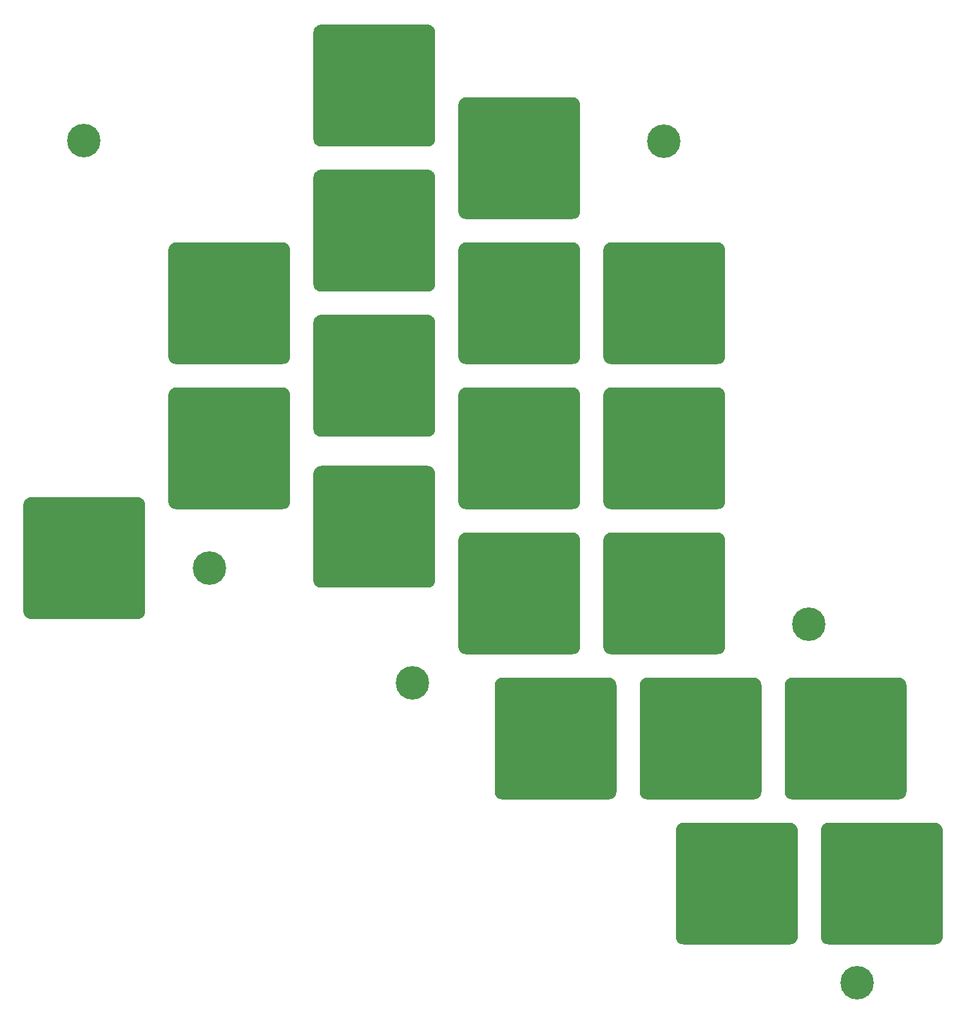
<source format=gtl>
G04 #@! TF.GenerationSoftware,KiCad,Pcbnew,(5.1.4-0)*
G04 #@! TF.CreationDate,2021-02-08T09:21:06-05:00*
G04 #@! TF.ProjectId,mxnatee_switch_plate,6d786e61-7465-4655-9f73-77697463685f,rev?*
G04 #@! TF.SameCoordinates,Original*
G04 #@! TF.FileFunction,Copper,L1,Top*
G04 #@! TF.FilePolarity,Positive*
%FSLAX46Y46*%
G04 Gerber Fmt 4.6, Leading zero omitted, Abs format (unit mm)*
G04 Created by KiCad (PCBNEW (5.1.4-0)) date 2021-02-08 09:21:06*
%MOMM*%
%LPD*%
G04 APERTURE LIST*
%ADD10C,0.100000*%
%ADD11C,16.000000*%
%ADD12C,4.400000*%
G04 APERTURE END LIST*
D10*
G36*
X115675801Y-105447604D02*
G01*
X115773651Y-105462118D01*
X115869607Y-105486154D01*
X115962745Y-105519479D01*
X116052168Y-105561773D01*
X116137015Y-105612629D01*
X116216468Y-105671555D01*
X116289764Y-105737986D01*
X116356195Y-105811282D01*
X116415121Y-105890735D01*
X116465977Y-105975582D01*
X116508271Y-106065005D01*
X116541596Y-106158143D01*
X116565632Y-106254099D01*
X116580146Y-106351949D01*
X116585000Y-106450750D01*
X116585000Y-120434750D01*
X116580146Y-120533551D01*
X116565632Y-120631401D01*
X116541596Y-120727357D01*
X116508271Y-120820495D01*
X116465977Y-120909918D01*
X116415121Y-120994765D01*
X116356195Y-121074218D01*
X116289764Y-121147514D01*
X116216468Y-121213945D01*
X116137015Y-121272871D01*
X116052168Y-121323727D01*
X115962745Y-121366021D01*
X115869607Y-121399346D01*
X115773651Y-121423382D01*
X115675801Y-121437896D01*
X115577000Y-121442750D01*
X101593000Y-121442750D01*
X101494199Y-121437896D01*
X101396349Y-121423382D01*
X101300393Y-121399346D01*
X101207255Y-121366021D01*
X101117832Y-121323727D01*
X101032985Y-121272871D01*
X100953532Y-121213945D01*
X100880236Y-121147514D01*
X100813805Y-121074218D01*
X100754879Y-120994765D01*
X100704023Y-120909918D01*
X100661729Y-120820495D01*
X100628404Y-120727357D01*
X100604368Y-120631401D01*
X100589854Y-120533551D01*
X100585000Y-120434750D01*
X100585000Y-106450750D01*
X100589854Y-106351949D01*
X100604368Y-106254099D01*
X100628404Y-106158143D01*
X100661729Y-106065005D01*
X100704023Y-105975582D01*
X100754879Y-105890735D01*
X100813805Y-105811282D01*
X100880236Y-105737986D01*
X100953532Y-105671555D01*
X101032985Y-105612629D01*
X101117832Y-105561773D01*
X101207255Y-105519479D01*
X101300393Y-105486154D01*
X101396349Y-105462118D01*
X101494199Y-105447604D01*
X101593000Y-105442750D01*
X115577000Y-105442750D01*
X115675801Y-105447604D01*
X115675801Y-105447604D01*
G37*
D11*
X108585000Y-113442750D03*
D10*
G36*
X134725801Y-105447604D02*
G01*
X134823651Y-105462118D01*
X134919607Y-105486154D01*
X135012745Y-105519479D01*
X135102168Y-105561773D01*
X135187015Y-105612629D01*
X135266468Y-105671555D01*
X135339764Y-105737986D01*
X135406195Y-105811282D01*
X135465121Y-105890735D01*
X135515977Y-105975582D01*
X135558271Y-106065005D01*
X135591596Y-106158143D01*
X135615632Y-106254099D01*
X135630146Y-106351949D01*
X135635000Y-106450750D01*
X135635000Y-120434750D01*
X135630146Y-120533551D01*
X135615632Y-120631401D01*
X135591596Y-120727357D01*
X135558271Y-120820495D01*
X135515977Y-120909918D01*
X135465121Y-120994765D01*
X135406195Y-121074218D01*
X135339764Y-121147514D01*
X135266468Y-121213945D01*
X135187015Y-121272871D01*
X135102168Y-121323727D01*
X135012745Y-121366021D01*
X134919607Y-121399346D01*
X134823651Y-121423382D01*
X134725801Y-121437896D01*
X134627000Y-121442750D01*
X120643000Y-121442750D01*
X120544199Y-121437896D01*
X120446349Y-121423382D01*
X120350393Y-121399346D01*
X120257255Y-121366021D01*
X120167832Y-121323727D01*
X120082985Y-121272871D01*
X120003532Y-121213945D01*
X119930236Y-121147514D01*
X119863805Y-121074218D01*
X119804879Y-120994765D01*
X119754023Y-120909918D01*
X119711729Y-120820495D01*
X119678404Y-120727357D01*
X119654368Y-120631401D01*
X119639854Y-120533551D01*
X119635000Y-120434750D01*
X119635000Y-106450750D01*
X119639854Y-106351949D01*
X119654368Y-106254099D01*
X119678404Y-106158143D01*
X119711729Y-106065005D01*
X119754023Y-105975582D01*
X119804879Y-105890735D01*
X119863805Y-105811282D01*
X119930236Y-105737986D01*
X120003532Y-105671555D01*
X120082985Y-105612629D01*
X120167832Y-105561773D01*
X120257255Y-105519479D01*
X120350393Y-105486154D01*
X120446349Y-105462118D01*
X120544199Y-105447604D01*
X120643000Y-105442750D01*
X134627000Y-105442750D01*
X134725801Y-105447604D01*
X134725801Y-105447604D01*
G37*
D11*
X127635000Y-113442750D03*
D10*
G36*
X96625801Y-105447604D02*
G01*
X96723651Y-105462118D01*
X96819607Y-105486154D01*
X96912745Y-105519479D01*
X97002168Y-105561773D01*
X97087015Y-105612629D01*
X97166468Y-105671555D01*
X97239764Y-105737986D01*
X97306195Y-105811282D01*
X97365121Y-105890735D01*
X97415977Y-105975582D01*
X97458271Y-106065005D01*
X97491596Y-106158143D01*
X97515632Y-106254099D01*
X97530146Y-106351949D01*
X97535000Y-106450750D01*
X97535000Y-120434750D01*
X97530146Y-120533551D01*
X97515632Y-120631401D01*
X97491596Y-120727357D01*
X97458271Y-120820495D01*
X97415977Y-120909918D01*
X97365121Y-120994765D01*
X97306195Y-121074218D01*
X97239764Y-121147514D01*
X97166468Y-121213945D01*
X97087015Y-121272871D01*
X97002168Y-121323727D01*
X96912745Y-121366021D01*
X96819607Y-121399346D01*
X96723651Y-121423382D01*
X96625801Y-121437896D01*
X96527000Y-121442750D01*
X82543000Y-121442750D01*
X82444199Y-121437896D01*
X82346349Y-121423382D01*
X82250393Y-121399346D01*
X82157255Y-121366021D01*
X82067832Y-121323727D01*
X81982985Y-121272871D01*
X81903532Y-121213945D01*
X81830236Y-121147514D01*
X81763805Y-121074218D01*
X81704879Y-120994765D01*
X81654023Y-120909918D01*
X81611729Y-120820495D01*
X81578404Y-120727357D01*
X81554368Y-120631401D01*
X81539854Y-120533551D01*
X81535000Y-120434750D01*
X81535000Y-106450750D01*
X81539854Y-106351949D01*
X81554368Y-106254099D01*
X81578404Y-106158143D01*
X81611729Y-106065005D01*
X81654023Y-105975582D01*
X81704879Y-105890735D01*
X81763805Y-105811282D01*
X81830236Y-105737986D01*
X81903532Y-105671555D01*
X81982985Y-105612629D01*
X82067832Y-105561773D01*
X82157255Y-105519479D01*
X82250393Y-105486154D01*
X82346349Y-105462118D01*
X82444199Y-105447604D01*
X82543000Y-105442750D01*
X96527000Y-105442750D01*
X96625801Y-105447604D01*
X96625801Y-105447604D01*
G37*
D11*
X89535000Y-113442750D03*
D10*
G36*
X120438301Y-124497604D02*
G01*
X120536151Y-124512118D01*
X120632107Y-124536154D01*
X120725245Y-124569479D01*
X120814668Y-124611773D01*
X120899515Y-124662629D01*
X120978968Y-124721555D01*
X121052264Y-124787986D01*
X121118695Y-124861282D01*
X121177621Y-124940735D01*
X121228477Y-125025582D01*
X121270771Y-125115005D01*
X121304096Y-125208143D01*
X121328132Y-125304099D01*
X121342646Y-125401949D01*
X121347500Y-125500750D01*
X121347500Y-139484750D01*
X121342646Y-139583551D01*
X121328132Y-139681401D01*
X121304096Y-139777357D01*
X121270771Y-139870495D01*
X121228477Y-139959918D01*
X121177621Y-140044765D01*
X121118695Y-140124218D01*
X121052264Y-140197514D01*
X120978968Y-140263945D01*
X120899515Y-140322871D01*
X120814668Y-140373727D01*
X120725245Y-140416021D01*
X120632107Y-140449346D01*
X120536151Y-140473382D01*
X120438301Y-140487896D01*
X120339500Y-140492750D01*
X106355500Y-140492750D01*
X106256699Y-140487896D01*
X106158849Y-140473382D01*
X106062893Y-140449346D01*
X105969755Y-140416021D01*
X105880332Y-140373727D01*
X105795485Y-140322871D01*
X105716032Y-140263945D01*
X105642736Y-140197514D01*
X105576305Y-140124218D01*
X105517379Y-140044765D01*
X105466523Y-139959918D01*
X105424229Y-139870495D01*
X105390904Y-139777357D01*
X105366868Y-139681401D01*
X105352354Y-139583551D01*
X105347500Y-139484750D01*
X105347500Y-125500750D01*
X105352354Y-125401949D01*
X105366868Y-125304099D01*
X105390904Y-125208143D01*
X105424229Y-125115005D01*
X105466523Y-125025582D01*
X105517379Y-124940735D01*
X105576305Y-124861282D01*
X105642736Y-124787986D01*
X105716032Y-124721555D01*
X105795485Y-124662629D01*
X105880332Y-124611773D01*
X105969755Y-124569479D01*
X106062893Y-124536154D01*
X106158849Y-124512118D01*
X106256699Y-124497604D01*
X106355500Y-124492750D01*
X120339500Y-124492750D01*
X120438301Y-124497604D01*
X120438301Y-124497604D01*
G37*
D11*
X113347500Y-132492750D03*
D10*
G36*
X139488301Y-124497604D02*
G01*
X139586151Y-124512118D01*
X139682107Y-124536154D01*
X139775245Y-124569479D01*
X139864668Y-124611773D01*
X139949515Y-124662629D01*
X140028968Y-124721555D01*
X140102264Y-124787986D01*
X140168695Y-124861282D01*
X140227621Y-124940735D01*
X140278477Y-125025582D01*
X140320771Y-125115005D01*
X140354096Y-125208143D01*
X140378132Y-125304099D01*
X140392646Y-125401949D01*
X140397500Y-125500750D01*
X140397500Y-139484750D01*
X140392646Y-139583551D01*
X140378132Y-139681401D01*
X140354096Y-139777357D01*
X140320771Y-139870495D01*
X140278477Y-139959918D01*
X140227621Y-140044765D01*
X140168695Y-140124218D01*
X140102264Y-140197514D01*
X140028968Y-140263945D01*
X139949515Y-140322871D01*
X139864668Y-140373727D01*
X139775245Y-140416021D01*
X139682107Y-140449346D01*
X139586151Y-140473382D01*
X139488301Y-140487896D01*
X139389500Y-140492750D01*
X125405500Y-140492750D01*
X125306699Y-140487896D01*
X125208849Y-140473382D01*
X125112893Y-140449346D01*
X125019755Y-140416021D01*
X124930332Y-140373727D01*
X124845485Y-140322871D01*
X124766032Y-140263945D01*
X124692736Y-140197514D01*
X124626305Y-140124218D01*
X124567379Y-140044765D01*
X124516523Y-139959918D01*
X124474229Y-139870495D01*
X124440904Y-139777357D01*
X124416868Y-139681401D01*
X124402354Y-139583551D01*
X124397500Y-139484750D01*
X124397500Y-125500750D01*
X124402354Y-125401949D01*
X124416868Y-125304099D01*
X124440904Y-125208143D01*
X124474229Y-125115005D01*
X124516523Y-125025582D01*
X124567379Y-124940735D01*
X124626305Y-124861282D01*
X124692736Y-124787986D01*
X124766032Y-124721555D01*
X124845485Y-124662629D01*
X124930332Y-124611773D01*
X125019755Y-124569479D01*
X125112893Y-124536154D01*
X125208849Y-124512118D01*
X125306699Y-124497604D01*
X125405500Y-124492750D01*
X139389500Y-124492750D01*
X139488301Y-124497604D01*
X139488301Y-124497604D01*
G37*
D11*
X132397500Y-132492750D03*
D10*
G36*
X110913301Y-86397604D02*
G01*
X111011151Y-86412118D01*
X111107107Y-86436154D01*
X111200245Y-86469479D01*
X111289668Y-86511773D01*
X111374515Y-86562629D01*
X111453968Y-86621555D01*
X111527264Y-86687986D01*
X111593695Y-86761282D01*
X111652621Y-86840735D01*
X111703477Y-86925582D01*
X111745771Y-87015005D01*
X111779096Y-87108143D01*
X111803132Y-87204099D01*
X111817646Y-87301949D01*
X111822500Y-87400750D01*
X111822500Y-101384750D01*
X111817646Y-101483551D01*
X111803132Y-101581401D01*
X111779096Y-101677357D01*
X111745771Y-101770495D01*
X111703477Y-101859918D01*
X111652621Y-101944765D01*
X111593695Y-102024218D01*
X111527264Y-102097514D01*
X111453968Y-102163945D01*
X111374515Y-102222871D01*
X111289668Y-102273727D01*
X111200245Y-102316021D01*
X111107107Y-102349346D01*
X111011151Y-102373382D01*
X110913301Y-102387896D01*
X110814500Y-102392750D01*
X96830500Y-102392750D01*
X96731699Y-102387896D01*
X96633849Y-102373382D01*
X96537893Y-102349346D01*
X96444755Y-102316021D01*
X96355332Y-102273727D01*
X96270485Y-102222871D01*
X96191032Y-102163945D01*
X96117736Y-102097514D01*
X96051305Y-102024218D01*
X95992379Y-101944765D01*
X95941523Y-101859918D01*
X95899229Y-101770495D01*
X95865904Y-101677357D01*
X95841868Y-101581401D01*
X95827354Y-101483551D01*
X95822500Y-101384750D01*
X95822500Y-87400750D01*
X95827354Y-87301949D01*
X95841868Y-87204099D01*
X95865904Y-87108143D01*
X95899229Y-87015005D01*
X95941523Y-86925582D01*
X95992379Y-86840735D01*
X96051305Y-86761282D01*
X96117736Y-86687986D01*
X96191032Y-86621555D01*
X96270485Y-86562629D01*
X96355332Y-86511773D01*
X96444755Y-86469479D01*
X96537893Y-86436154D01*
X96633849Y-86412118D01*
X96731699Y-86397604D01*
X96830500Y-86392750D01*
X110814500Y-86392750D01*
X110913301Y-86397604D01*
X110913301Y-86397604D01*
G37*
D11*
X103822500Y-94392750D03*
D10*
G36*
X91863301Y-86397604D02*
G01*
X91961151Y-86412118D01*
X92057107Y-86436154D01*
X92150245Y-86469479D01*
X92239668Y-86511773D01*
X92324515Y-86562629D01*
X92403968Y-86621555D01*
X92477264Y-86687986D01*
X92543695Y-86761282D01*
X92602621Y-86840735D01*
X92653477Y-86925582D01*
X92695771Y-87015005D01*
X92729096Y-87108143D01*
X92753132Y-87204099D01*
X92767646Y-87301949D01*
X92772500Y-87400750D01*
X92772500Y-101384750D01*
X92767646Y-101483551D01*
X92753132Y-101581401D01*
X92729096Y-101677357D01*
X92695771Y-101770495D01*
X92653477Y-101859918D01*
X92602621Y-101944765D01*
X92543695Y-102024218D01*
X92477264Y-102097514D01*
X92403968Y-102163945D01*
X92324515Y-102222871D01*
X92239668Y-102273727D01*
X92150245Y-102316021D01*
X92057107Y-102349346D01*
X91961151Y-102373382D01*
X91863301Y-102387896D01*
X91764500Y-102392750D01*
X77780500Y-102392750D01*
X77681699Y-102387896D01*
X77583849Y-102373382D01*
X77487893Y-102349346D01*
X77394755Y-102316021D01*
X77305332Y-102273727D01*
X77220485Y-102222871D01*
X77141032Y-102163945D01*
X77067736Y-102097514D01*
X77001305Y-102024218D01*
X76942379Y-101944765D01*
X76891523Y-101859918D01*
X76849229Y-101770495D01*
X76815904Y-101677357D01*
X76791868Y-101581401D01*
X76777354Y-101483551D01*
X76772500Y-101384750D01*
X76772500Y-87400750D01*
X76777354Y-87301949D01*
X76791868Y-87204099D01*
X76815904Y-87108143D01*
X76849229Y-87015005D01*
X76891523Y-86925582D01*
X76942379Y-86840735D01*
X77001305Y-86761282D01*
X77067736Y-86687986D01*
X77141032Y-86621555D01*
X77220485Y-86562629D01*
X77305332Y-86511773D01*
X77394755Y-86469479D01*
X77487893Y-86436154D01*
X77583849Y-86412118D01*
X77681699Y-86397604D01*
X77780500Y-86392750D01*
X91764500Y-86392750D01*
X91863301Y-86397604D01*
X91863301Y-86397604D01*
G37*
D11*
X84772500Y-94392750D03*
D10*
G36*
X72813301Y-77666354D02*
G01*
X72911151Y-77680868D01*
X73007107Y-77704904D01*
X73100245Y-77738229D01*
X73189668Y-77780523D01*
X73274515Y-77831379D01*
X73353968Y-77890305D01*
X73427264Y-77956736D01*
X73493695Y-78030032D01*
X73552621Y-78109485D01*
X73603477Y-78194332D01*
X73645771Y-78283755D01*
X73679096Y-78376893D01*
X73703132Y-78472849D01*
X73717646Y-78570699D01*
X73722500Y-78669500D01*
X73722500Y-92653500D01*
X73717646Y-92752301D01*
X73703132Y-92850151D01*
X73679096Y-92946107D01*
X73645771Y-93039245D01*
X73603477Y-93128668D01*
X73552621Y-93213515D01*
X73493695Y-93292968D01*
X73427264Y-93366264D01*
X73353968Y-93432695D01*
X73274515Y-93491621D01*
X73189668Y-93542477D01*
X73100245Y-93584771D01*
X73007107Y-93618096D01*
X72911151Y-93642132D01*
X72813301Y-93656646D01*
X72714500Y-93661500D01*
X58730500Y-93661500D01*
X58631699Y-93656646D01*
X58533849Y-93642132D01*
X58437893Y-93618096D01*
X58344755Y-93584771D01*
X58255332Y-93542477D01*
X58170485Y-93491621D01*
X58091032Y-93432695D01*
X58017736Y-93366264D01*
X57951305Y-93292968D01*
X57892379Y-93213515D01*
X57841523Y-93128668D01*
X57799229Y-93039245D01*
X57765904Y-92946107D01*
X57741868Y-92850151D01*
X57727354Y-92752301D01*
X57722500Y-92653500D01*
X57722500Y-78669500D01*
X57727354Y-78570699D01*
X57741868Y-78472849D01*
X57765904Y-78376893D01*
X57799229Y-78283755D01*
X57841523Y-78194332D01*
X57892379Y-78109485D01*
X57951305Y-78030032D01*
X58017736Y-77956736D01*
X58091032Y-77890305D01*
X58170485Y-77831379D01*
X58255332Y-77780523D01*
X58344755Y-77738229D01*
X58437893Y-77704904D01*
X58533849Y-77680868D01*
X58631699Y-77666354D01*
X58730500Y-77661500D01*
X72714500Y-77661500D01*
X72813301Y-77666354D01*
X72813301Y-77666354D01*
G37*
D11*
X65722500Y-85661500D03*
D10*
G36*
X34713301Y-81762104D02*
G01*
X34811151Y-81776618D01*
X34907107Y-81800654D01*
X35000245Y-81833979D01*
X35089668Y-81876273D01*
X35174515Y-81927129D01*
X35253968Y-81986055D01*
X35327264Y-82052486D01*
X35393695Y-82125782D01*
X35452621Y-82205235D01*
X35503477Y-82290082D01*
X35545771Y-82379505D01*
X35579096Y-82472643D01*
X35603132Y-82568599D01*
X35617646Y-82666449D01*
X35622500Y-82765250D01*
X35622500Y-96749250D01*
X35617646Y-96848051D01*
X35603132Y-96945901D01*
X35579096Y-97041857D01*
X35545771Y-97134995D01*
X35503477Y-97224418D01*
X35452621Y-97309265D01*
X35393695Y-97388718D01*
X35327264Y-97462014D01*
X35253968Y-97528445D01*
X35174515Y-97587371D01*
X35089668Y-97638227D01*
X35000245Y-97680521D01*
X34907107Y-97713846D01*
X34811151Y-97737882D01*
X34713301Y-97752396D01*
X34614500Y-97757250D01*
X20630500Y-97757250D01*
X20531699Y-97752396D01*
X20433849Y-97737882D01*
X20337893Y-97713846D01*
X20244755Y-97680521D01*
X20155332Y-97638227D01*
X20070485Y-97587371D01*
X19991032Y-97528445D01*
X19917736Y-97462014D01*
X19851305Y-97388718D01*
X19792379Y-97309265D01*
X19741523Y-97224418D01*
X19699229Y-97134995D01*
X19665904Y-97041857D01*
X19641868Y-96945901D01*
X19627354Y-96848051D01*
X19622500Y-96749250D01*
X19622500Y-82765250D01*
X19627354Y-82666449D01*
X19641868Y-82568599D01*
X19665904Y-82472643D01*
X19699229Y-82379505D01*
X19741523Y-82290082D01*
X19792379Y-82205235D01*
X19851305Y-82125782D01*
X19917736Y-82052486D01*
X19991032Y-81986055D01*
X20070485Y-81927129D01*
X20155332Y-81876273D01*
X20244755Y-81833979D01*
X20337893Y-81800654D01*
X20433849Y-81776618D01*
X20531699Y-81762104D01*
X20630500Y-81757250D01*
X34614500Y-81757250D01*
X34713301Y-81762104D01*
X34713301Y-81762104D01*
G37*
D11*
X27622500Y-89757250D03*
D10*
G36*
X110913301Y-67347604D02*
G01*
X111011151Y-67362118D01*
X111107107Y-67386154D01*
X111200245Y-67419479D01*
X111289668Y-67461773D01*
X111374515Y-67512629D01*
X111453968Y-67571555D01*
X111527264Y-67637986D01*
X111593695Y-67711282D01*
X111652621Y-67790735D01*
X111703477Y-67875582D01*
X111745771Y-67965005D01*
X111779096Y-68058143D01*
X111803132Y-68154099D01*
X111817646Y-68251949D01*
X111822500Y-68350750D01*
X111822500Y-82334750D01*
X111817646Y-82433551D01*
X111803132Y-82531401D01*
X111779096Y-82627357D01*
X111745771Y-82720495D01*
X111703477Y-82809918D01*
X111652621Y-82894765D01*
X111593695Y-82974218D01*
X111527264Y-83047514D01*
X111453968Y-83113945D01*
X111374515Y-83172871D01*
X111289668Y-83223727D01*
X111200245Y-83266021D01*
X111107107Y-83299346D01*
X111011151Y-83323382D01*
X110913301Y-83337896D01*
X110814500Y-83342750D01*
X96830500Y-83342750D01*
X96731699Y-83337896D01*
X96633849Y-83323382D01*
X96537893Y-83299346D01*
X96444755Y-83266021D01*
X96355332Y-83223727D01*
X96270485Y-83172871D01*
X96191032Y-83113945D01*
X96117736Y-83047514D01*
X96051305Y-82974218D01*
X95992379Y-82894765D01*
X95941523Y-82809918D01*
X95899229Y-82720495D01*
X95865904Y-82627357D01*
X95841868Y-82531401D01*
X95827354Y-82433551D01*
X95822500Y-82334750D01*
X95822500Y-68350750D01*
X95827354Y-68251949D01*
X95841868Y-68154099D01*
X95865904Y-68058143D01*
X95899229Y-67965005D01*
X95941523Y-67875582D01*
X95992379Y-67790735D01*
X96051305Y-67711282D01*
X96117736Y-67637986D01*
X96191032Y-67571555D01*
X96270485Y-67512629D01*
X96355332Y-67461773D01*
X96444755Y-67419479D01*
X96537893Y-67386154D01*
X96633849Y-67362118D01*
X96731699Y-67347604D01*
X96830500Y-67342750D01*
X110814500Y-67342750D01*
X110913301Y-67347604D01*
X110913301Y-67347604D01*
G37*
D11*
X103822500Y-75342750D03*
D10*
G36*
X91863301Y-67347604D02*
G01*
X91961151Y-67362118D01*
X92057107Y-67386154D01*
X92150245Y-67419479D01*
X92239668Y-67461773D01*
X92324515Y-67512629D01*
X92403968Y-67571555D01*
X92477264Y-67637986D01*
X92543695Y-67711282D01*
X92602621Y-67790735D01*
X92653477Y-67875582D01*
X92695771Y-67965005D01*
X92729096Y-68058143D01*
X92753132Y-68154099D01*
X92767646Y-68251949D01*
X92772500Y-68350750D01*
X92772500Y-82334750D01*
X92767646Y-82433551D01*
X92753132Y-82531401D01*
X92729096Y-82627357D01*
X92695771Y-82720495D01*
X92653477Y-82809918D01*
X92602621Y-82894765D01*
X92543695Y-82974218D01*
X92477264Y-83047514D01*
X92403968Y-83113945D01*
X92324515Y-83172871D01*
X92239668Y-83223727D01*
X92150245Y-83266021D01*
X92057107Y-83299346D01*
X91961151Y-83323382D01*
X91863301Y-83337896D01*
X91764500Y-83342750D01*
X77780500Y-83342750D01*
X77681699Y-83337896D01*
X77583849Y-83323382D01*
X77487893Y-83299346D01*
X77394755Y-83266021D01*
X77305332Y-83223727D01*
X77220485Y-83172871D01*
X77141032Y-83113945D01*
X77067736Y-83047514D01*
X77001305Y-82974218D01*
X76942379Y-82894765D01*
X76891523Y-82809918D01*
X76849229Y-82720495D01*
X76815904Y-82627357D01*
X76791868Y-82531401D01*
X76777354Y-82433551D01*
X76772500Y-82334750D01*
X76772500Y-68350750D01*
X76777354Y-68251949D01*
X76791868Y-68154099D01*
X76815904Y-68058143D01*
X76849229Y-67965005D01*
X76891523Y-67875582D01*
X76942379Y-67790735D01*
X77001305Y-67711282D01*
X77067736Y-67637986D01*
X77141032Y-67571555D01*
X77220485Y-67512629D01*
X77305332Y-67461773D01*
X77394755Y-67419479D01*
X77487893Y-67386154D01*
X77583849Y-67362118D01*
X77681699Y-67347604D01*
X77780500Y-67342750D01*
X91764500Y-67342750D01*
X91863301Y-67347604D01*
X91863301Y-67347604D01*
G37*
D11*
X84772500Y-75342750D03*
D10*
G36*
X72813301Y-57822604D02*
G01*
X72911151Y-57837118D01*
X73007107Y-57861154D01*
X73100245Y-57894479D01*
X73189668Y-57936773D01*
X73274515Y-57987629D01*
X73353968Y-58046555D01*
X73427264Y-58112986D01*
X73493695Y-58186282D01*
X73552621Y-58265735D01*
X73603477Y-58350582D01*
X73645771Y-58440005D01*
X73679096Y-58533143D01*
X73703132Y-58629099D01*
X73717646Y-58726949D01*
X73722500Y-58825750D01*
X73722500Y-72809750D01*
X73717646Y-72908551D01*
X73703132Y-73006401D01*
X73679096Y-73102357D01*
X73645771Y-73195495D01*
X73603477Y-73284918D01*
X73552621Y-73369765D01*
X73493695Y-73449218D01*
X73427264Y-73522514D01*
X73353968Y-73588945D01*
X73274515Y-73647871D01*
X73189668Y-73698727D01*
X73100245Y-73741021D01*
X73007107Y-73774346D01*
X72911151Y-73798382D01*
X72813301Y-73812896D01*
X72714500Y-73817750D01*
X58730500Y-73817750D01*
X58631699Y-73812896D01*
X58533849Y-73798382D01*
X58437893Y-73774346D01*
X58344755Y-73741021D01*
X58255332Y-73698727D01*
X58170485Y-73647871D01*
X58091032Y-73588945D01*
X58017736Y-73522514D01*
X57951305Y-73449218D01*
X57892379Y-73369765D01*
X57841523Y-73284918D01*
X57799229Y-73195495D01*
X57765904Y-73102357D01*
X57741868Y-73006401D01*
X57727354Y-72908551D01*
X57722500Y-72809750D01*
X57722500Y-58825750D01*
X57727354Y-58726949D01*
X57741868Y-58629099D01*
X57765904Y-58533143D01*
X57799229Y-58440005D01*
X57841523Y-58350582D01*
X57892379Y-58265735D01*
X57951305Y-58186282D01*
X58017736Y-58112986D01*
X58091032Y-58046555D01*
X58170485Y-57987629D01*
X58255332Y-57936773D01*
X58344755Y-57894479D01*
X58437893Y-57861154D01*
X58533849Y-57837118D01*
X58631699Y-57822604D01*
X58730500Y-57817750D01*
X72714500Y-57817750D01*
X72813301Y-57822604D01*
X72813301Y-57822604D01*
G37*
D11*
X65722500Y-65817750D03*
D10*
G36*
X53763301Y-67347604D02*
G01*
X53861151Y-67362118D01*
X53957107Y-67386154D01*
X54050245Y-67419479D01*
X54139668Y-67461773D01*
X54224515Y-67512629D01*
X54303968Y-67571555D01*
X54377264Y-67637986D01*
X54443695Y-67711282D01*
X54502621Y-67790735D01*
X54553477Y-67875582D01*
X54595771Y-67965005D01*
X54629096Y-68058143D01*
X54653132Y-68154099D01*
X54667646Y-68251949D01*
X54672500Y-68350750D01*
X54672500Y-82334750D01*
X54667646Y-82433551D01*
X54653132Y-82531401D01*
X54629096Y-82627357D01*
X54595771Y-82720495D01*
X54553477Y-82809918D01*
X54502621Y-82894765D01*
X54443695Y-82974218D01*
X54377264Y-83047514D01*
X54303968Y-83113945D01*
X54224515Y-83172871D01*
X54139668Y-83223727D01*
X54050245Y-83266021D01*
X53957107Y-83299346D01*
X53861151Y-83323382D01*
X53763301Y-83337896D01*
X53664500Y-83342750D01*
X39680500Y-83342750D01*
X39581699Y-83337896D01*
X39483849Y-83323382D01*
X39387893Y-83299346D01*
X39294755Y-83266021D01*
X39205332Y-83223727D01*
X39120485Y-83172871D01*
X39041032Y-83113945D01*
X38967736Y-83047514D01*
X38901305Y-82974218D01*
X38842379Y-82894765D01*
X38791523Y-82809918D01*
X38749229Y-82720495D01*
X38715904Y-82627357D01*
X38691868Y-82531401D01*
X38677354Y-82433551D01*
X38672500Y-82334750D01*
X38672500Y-68350750D01*
X38677354Y-68251949D01*
X38691868Y-68154099D01*
X38715904Y-68058143D01*
X38749229Y-67965005D01*
X38791523Y-67875582D01*
X38842379Y-67790735D01*
X38901305Y-67711282D01*
X38967736Y-67637986D01*
X39041032Y-67571555D01*
X39120485Y-67512629D01*
X39205332Y-67461773D01*
X39294755Y-67419479D01*
X39387893Y-67386154D01*
X39483849Y-67362118D01*
X39581699Y-67347604D01*
X39680500Y-67342750D01*
X53664500Y-67342750D01*
X53763301Y-67347604D01*
X53763301Y-67347604D01*
G37*
D11*
X46672500Y-75342750D03*
D10*
G36*
X110913301Y-48297604D02*
G01*
X111011151Y-48312118D01*
X111107107Y-48336154D01*
X111200245Y-48369479D01*
X111289668Y-48411773D01*
X111374515Y-48462629D01*
X111453968Y-48521555D01*
X111527264Y-48587986D01*
X111593695Y-48661282D01*
X111652621Y-48740735D01*
X111703477Y-48825582D01*
X111745771Y-48915005D01*
X111779096Y-49008143D01*
X111803132Y-49104099D01*
X111817646Y-49201949D01*
X111822500Y-49300750D01*
X111822500Y-63284750D01*
X111817646Y-63383551D01*
X111803132Y-63481401D01*
X111779096Y-63577357D01*
X111745771Y-63670495D01*
X111703477Y-63759918D01*
X111652621Y-63844765D01*
X111593695Y-63924218D01*
X111527264Y-63997514D01*
X111453968Y-64063945D01*
X111374515Y-64122871D01*
X111289668Y-64173727D01*
X111200245Y-64216021D01*
X111107107Y-64249346D01*
X111011151Y-64273382D01*
X110913301Y-64287896D01*
X110814500Y-64292750D01*
X96830500Y-64292750D01*
X96731699Y-64287896D01*
X96633849Y-64273382D01*
X96537893Y-64249346D01*
X96444755Y-64216021D01*
X96355332Y-64173727D01*
X96270485Y-64122871D01*
X96191032Y-64063945D01*
X96117736Y-63997514D01*
X96051305Y-63924218D01*
X95992379Y-63844765D01*
X95941523Y-63759918D01*
X95899229Y-63670495D01*
X95865904Y-63577357D01*
X95841868Y-63481401D01*
X95827354Y-63383551D01*
X95822500Y-63284750D01*
X95822500Y-49300750D01*
X95827354Y-49201949D01*
X95841868Y-49104099D01*
X95865904Y-49008143D01*
X95899229Y-48915005D01*
X95941523Y-48825582D01*
X95992379Y-48740735D01*
X96051305Y-48661282D01*
X96117736Y-48587986D01*
X96191032Y-48521555D01*
X96270485Y-48462629D01*
X96355332Y-48411773D01*
X96444755Y-48369479D01*
X96537893Y-48336154D01*
X96633849Y-48312118D01*
X96731699Y-48297604D01*
X96830500Y-48292750D01*
X110814500Y-48292750D01*
X110913301Y-48297604D01*
X110913301Y-48297604D01*
G37*
D11*
X103822500Y-56292750D03*
D10*
G36*
X91863301Y-48297604D02*
G01*
X91961151Y-48312118D01*
X92057107Y-48336154D01*
X92150245Y-48369479D01*
X92239668Y-48411773D01*
X92324515Y-48462629D01*
X92403968Y-48521555D01*
X92477264Y-48587986D01*
X92543695Y-48661282D01*
X92602621Y-48740735D01*
X92653477Y-48825582D01*
X92695771Y-48915005D01*
X92729096Y-49008143D01*
X92753132Y-49104099D01*
X92767646Y-49201949D01*
X92772500Y-49300750D01*
X92772500Y-63284750D01*
X92767646Y-63383551D01*
X92753132Y-63481401D01*
X92729096Y-63577357D01*
X92695771Y-63670495D01*
X92653477Y-63759918D01*
X92602621Y-63844765D01*
X92543695Y-63924218D01*
X92477264Y-63997514D01*
X92403968Y-64063945D01*
X92324515Y-64122871D01*
X92239668Y-64173727D01*
X92150245Y-64216021D01*
X92057107Y-64249346D01*
X91961151Y-64273382D01*
X91863301Y-64287896D01*
X91764500Y-64292750D01*
X77780500Y-64292750D01*
X77681699Y-64287896D01*
X77583849Y-64273382D01*
X77487893Y-64249346D01*
X77394755Y-64216021D01*
X77305332Y-64173727D01*
X77220485Y-64122871D01*
X77141032Y-64063945D01*
X77067736Y-63997514D01*
X77001305Y-63924218D01*
X76942379Y-63844765D01*
X76891523Y-63759918D01*
X76849229Y-63670495D01*
X76815904Y-63577357D01*
X76791868Y-63481401D01*
X76777354Y-63383551D01*
X76772500Y-63284750D01*
X76772500Y-49300750D01*
X76777354Y-49201949D01*
X76791868Y-49104099D01*
X76815904Y-49008143D01*
X76849229Y-48915005D01*
X76891523Y-48825582D01*
X76942379Y-48740735D01*
X77001305Y-48661282D01*
X77067736Y-48587986D01*
X77141032Y-48521555D01*
X77220485Y-48462629D01*
X77305332Y-48411773D01*
X77394755Y-48369479D01*
X77487893Y-48336154D01*
X77583849Y-48312118D01*
X77681699Y-48297604D01*
X77780500Y-48292750D01*
X91764500Y-48292750D01*
X91863301Y-48297604D01*
X91863301Y-48297604D01*
G37*
D11*
X84772500Y-56292750D03*
D10*
G36*
X72813301Y-38772604D02*
G01*
X72911151Y-38787118D01*
X73007107Y-38811154D01*
X73100245Y-38844479D01*
X73189668Y-38886773D01*
X73274515Y-38937629D01*
X73353968Y-38996555D01*
X73427264Y-39062986D01*
X73493695Y-39136282D01*
X73552621Y-39215735D01*
X73603477Y-39300582D01*
X73645771Y-39390005D01*
X73679096Y-39483143D01*
X73703132Y-39579099D01*
X73717646Y-39676949D01*
X73722500Y-39775750D01*
X73722500Y-53759750D01*
X73717646Y-53858551D01*
X73703132Y-53956401D01*
X73679096Y-54052357D01*
X73645771Y-54145495D01*
X73603477Y-54234918D01*
X73552621Y-54319765D01*
X73493695Y-54399218D01*
X73427264Y-54472514D01*
X73353968Y-54538945D01*
X73274515Y-54597871D01*
X73189668Y-54648727D01*
X73100245Y-54691021D01*
X73007107Y-54724346D01*
X72911151Y-54748382D01*
X72813301Y-54762896D01*
X72714500Y-54767750D01*
X58730500Y-54767750D01*
X58631699Y-54762896D01*
X58533849Y-54748382D01*
X58437893Y-54724346D01*
X58344755Y-54691021D01*
X58255332Y-54648727D01*
X58170485Y-54597871D01*
X58091032Y-54538945D01*
X58017736Y-54472514D01*
X57951305Y-54399218D01*
X57892379Y-54319765D01*
X57841523Y-54234918D01*
X57799229Y-54145495D01*
X57765904Y-54052357D01*
X57741868Y-53956401D01*
X57727354Y-53858551D01*
X57722500Y-53759750D01*
X57722500Y-39775750D01*
X57727354Y-39676949D01*
X57741868Y-39579099D01*
X57765904Y-39483143D01*
X57799229Y-39390005D01*
X57841523Y-39300582D01*
X57892379Y-39215735D01*
X57951305Y-39136282D01*
X58017736Y-39062986D01*
X58091032Y-38996555D01*
X58170485Y-38937629D01*
X58255332Y-38886773D01*
X58344755Y-38844479D01*
X58437893Y-38811154D01*
X58533849Y-38787118D01*
X58631699Y-38772604D01*
X58730500Y-38767750D01*
X72714500Y-38767750D01*
X72813301Y-38772604D01*
X72813301Y-38772604D01*
G37*
D11*
X65722500Y-46767750D03*
D10*
G36*
X53763301Y-48297604D02*
G01*
X53861151Y-48312118D01*
X53957107Y-48336154D01*
X54050245Y-48369479D01*
X54139668Y-48411773D01*
X54224515Y-48462629D01*
X54303968Y-48521555D01*
X54377264Y-48587986D01*
X54443695Y-48661282D01*
X54502621Y-48740735D01*
X54553477Y-48825582D01*
X54595771Y-48915005D01*
X54629096Y-49008143D01*
X54653132Y-49104099D01*
X54667646Y-49201949D01*
X54672500Y-49300750D01*
X54672500Y-63284750D01*
X54667646Y-63383551D01*
X54653132Y-63481401D01*
X54629096Y-63577357D01*
X54595771Y-63670495D01*
X54553477Y-63759918D01*
X54502621Y-63844765D01*
X54443695Y-63924218D01*
X54377264Y-63997514D01*
X54303968Y-64063945D01*
X54224515Y-64122871D01*
X54139668Y-64173727D01*
X54050245Y-64216021D01*
X53957107Y-64249346D01*
X53861151Y-64273382D01*
X53763301Y-64287896D01*
X53664500Y-64292750D01*
X39680500Y-64292750D01*
X39581699Y-64287896D01*
X39483849Y-64273382D01*
X39387893Y-64249346D01*
X39294755Y-64216021D01*
X39205332Y-64173727D01*
X39120485Y-64122871D01*
X39041032Y-64063945D01*
X38967736Y-63997514D01*
X38901305Y-63924218D01*
X38842379Y-63844765D01*
X38791523Y-63759918D01*
X38749229Y-63670495D01*
X38715904Y-63577357D01*
X38691868Y-63481401D01*
X38677354Y-63383551D01*
X38672500Y-63284750D01*
X38672500Y-49300750D01*
X38677354Y-49201949D01*
X38691868Y-49104099D01*
X38715904Y-49008143D01*
X38749229Y-48915005D01*
X38791523Y-48825582D01*
X38842379Y-48740735D01*
X38901305Y-48661282D01*
X38967736Y-48587986D01*
X39041032Y-48521555D01*
X39120485Y-48462629D01*
X39205332Y-48411773D01*
X39294755Y-48369479D01*
X39387893Y-48336154D01*
X39483849Y-48312118D01*
X39581699Y-48297604D01*
X39680500Y-48292750D01*
X53664500Y-48292750D01*
X53763301Y-48297604D01*
X53763301Y-48297604D01*
G37*
D11*
X46672500Y-56292750D03*
D10*
G36*
X91863301Y-29247604D02*
G01*
X91961151Y-29262118D01*
X92057107Y-29286154D01*
X92150245Y-29319479D01*
X92239668Y-29361773D01*
X92324515Y-29412629D01*
X92403968Y-29471555D01*
X92477264Y-29537986D01*
X92543695Y-29611282D01*
X92602621Y-29690735D01*
X92653477Y-29775582D01*
X92695771Y-29865005D01*
X92729096Y-29958143D01*
X92753132Y-30054099D01*
X92767646Y-30151949D01*
X92772500Y-30250750D01*
X92772500Y-44234750D01*
X92767646Y-44333551D01*
X92753132Y-44431401D01*
X92729096Y-44527357D01*
X92695771Y-44620495D01*
X92653477Y-44709918D01*
X92602621Y-44794765D01*
X92543695Y-44874218D01*
X92477264Y-44947514D01*
X92403968Y-45013945D01*
X92324515Y-45072871D01*
X92239668Y-45123727D01*
X92150245Y-45166021D01*
X92057107Y-45199346D01*
X91961151Y-45223382D01*
X91863301Y-45237896D01*
X91764500Y-45242750D01*
X77780500Y-45242750D01*
X77681699Y-45237896D01*
X77583849Y-45223382D01*
X77487893Y-45199346D01*
X77394755Y-45166021D01*
X77305332Y-45123727D01*
X77220485Y-45072871D01*
X77141032Y-45013945D01*
X77067736Y-44947514D01*
X77001305Y-44874218D01*
X76942379Y-44794765D01*
X76891523Y-44709918D01*
X76849229Y-44620495D01*
X76815904Y-44527357D01*
X76791868Y-44431401D01*
X76777354Y-44333551D01*
X76772500Y-44234750D01*
X76772500Y-30250750D01*
X76777354Y-30151949D01*
X76791868Y-30054099D01*
X76815904Y-29958143D01*
X76849229Y-29865005D01*
X76891523Y-29775582D01*
X76942379Y-29690735D01*
X77001305Y-29611282D01*
X77067736Y-29537986D01*
X77141032Y-29471555D01*
X77220485Y-29412629D01*
X77305332Y-29361773D01*
X77394755Y-29319479D01*
X77487893Y-29286154D01*
X77583849Y-29262118D01*
X77681699Y-29247604D01*
X77780500Y-29242750D01*
X91764500Y-29242750D01*
X91863301Y-29247604D01*
X91863301Y-29247604D01*
G37*
D11*
X84772500Y-37242750D03*
D10*
G36*
X72813301Y-19722604D02*
G01*
X72911151Y-19737118D01*
X73007107Y-19761154D01*
X73100245Y-19794479D01*
X73189668Y-19836773D01*
X73274515Y-19887629D01*
X73353968Y-19946555D01*
X73427264Y-20012986D01*
X73493695Y-20086282D01*
X73552621Y-20165735D01*
X73603477Y-20250582D01*
X73645771Y-20340005D01*
X73679096Y-20433143D01*
X73703132Y-20529099D01*
X73717646Y-20626949D01*
X73722500Y-20725750D01*
X73722500Y-34709750D01*
X73717646Y-34808551D01*
X73703132Y-34906401D01*
X73679096Y-35002357D01*
X73645771Y-35095495D01*
X73603477Y-35184918D01*
X73552621Y-35269765D01*
X73493695Y-35349218D01*
X73427264Y-35422514D01*
X73353968Y-35488945D01*
X73274515Y-35547871D01*
X73189668Y-35598727D01*
X73100245Y-35641021D01*
X73007107Y-35674346D01*
X72911151Y-35698382D01*
X72813301Y-35712896D01*
X72714500Y-35717750D01*
X58730500Y-35717750D01*
X58631699Y-35712896D01*
X58533849Y-35698382D01*
X58437893Y-35674346D01*
X58344755Y-35641021D01*
X58255332Y-35598727D01*
X58170485Y-35547871D01*
X58091032Y-35488945D01*
X58017736Y-35422514D01*
X57951305Y-35349218D01*
X57892379Y-35269765D01*
X57841523Y-35184918D01*
X57799229Y-35095495D01*
X57765904Y-35002357D01*
X57741868Y-34906401D01*
X57727354Y-34808551D01*
X57722500Y-34709750D01*
X57722500Y-20725750D01*
X57727354Y-20626949D01*
X57741868Y-20529099D01*
X57765904Y-20433143D01*
X57799229Y-20340005D01*
X57841523Y-20250582D01*
X57892379Y-20165735D01*
X57951305Y-20086282D01*
X58017736Y-20012986D01*
X58091032Y-19946555D01*
X58170485Y-19887629D01*
X58255332Y-19836773D01*
X58344755Y-19794479D01*
X58437893Y-19761154D01*
X58533849Y-19737118D01*
X58631699Y-19722604D01*
X58730500Y-19717750D01*
X72714500Y-19717750D01*
X72813301Y-19722604D01*
X72813301Y-19722604D01*
G37*
D11*
X65722500Y-27717750D03*
D12*
X103759000Y-35052000D03*
X122809000Y-98425000D03*
X129159000Y-145542000D03*
X70739000Y-106172000D03*
X44069000Y-91059000D03*
X27559000Y-34925000D03*
M02*

</source>
